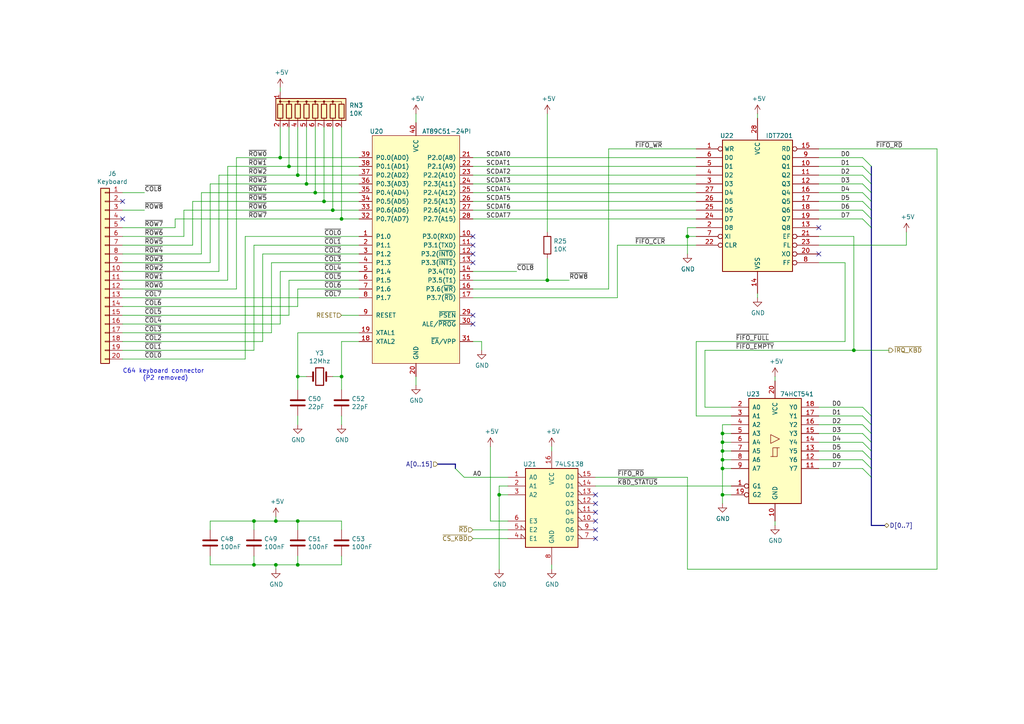
<source format=kicad_sch>
(kicad_sch (version 20211123) (generator eeschema)
  (paper "A4")
  (title_block (title "Y Ddraig Fechan") (company "Stephen Moody"))
  (lib_symbols
    (symbol "74xx:74HCT541" (pin_names (offset 1.016))
      (property "Reference" "U" (at -7.62 16.51 0))
      (property "Value" "74HCT541" (at -7.62 -16.51 0))
      (symbol "74HCT541_1_0"
        (polyline (pts (xy -0.635 -1.6002) (xy -0.635 0.9398) (xy 0.635 0.9398)))
        (polyline (pts (xy -1.27 -1.6002) (xy 0.635 -1.6002) (xy 0.635 0.9398) (xy 1.27 0.9398)))
        (polyline (pts (xy 1.27 3.4798) (xy -1.27 4.7498) (xy -1.27 2.2098) (xy 1.27 3.4798)) (stroke (width 0.1524)))
        (pin input inverted (at -12.7 -10.16 0) (length 5.08) (name "G1") (number "1"))
        (pin power_in line (at 0 -20.32 90) (length 5.08) (name "GND") (number "10"))
        (pin tri_state line (at 12.7 -5.08 180) (length 5.08) (name "Y7") (number "11"))
        (pin tri_state line (at 12.7 -2.54 180) (length 5.08) (name "Y6") (number "12"))
        (pin tri_state line (at 12.7 0 180) (length 5.08) (name "Y5") (number "13"))
        (pin tri_state line (at 12.7 2.54 180) (length 5.08) (name "Y4") (number "14"))
        (pin tri_state line (at 12.7 5.08 180) (length 5.08) (name "Y3") (number "15"))
        (pin tri_state line (at 12.7 7.62 180) (length 5.08) (name "Y2") (number "16"))
        (pin tri_state line (at 12.7 10.16 180) (length 5.08) (name "Y1") (number "17"))
        (pin tri_state line (at 12.7 12.7 180) (length 5.08) (name "Y0") (number "18"))
        (pin input inverted (at -12.7 -12.7 0) (length 5.08) (name "G2") (number "19"))
        (pin input line (at -12.7 12.7 0) (length 5.08) (name "A0") (number "2"))
        (pin power_in line (at 0 20.32 270) (length 5.08) (name "VCC") (number "20"))
        (pin input line (at -12.7 10.16 0) (length 5.08) (name "A1") (number "3"))
        (pin input line (at -12.7 7.62 0) (length 5.08) (name "A2") (number "4"))
        (pin input line (at -12.7 5.08 0) (length 5.08) (name "A3") (number "5"))
        (pin input line (at -12.7 2.54 0) (length 5.08) (name "A4") (number "6"))
        (pin input line (at -12.7 0 0) (length 5.08) (name "A5") (number "7"))
        (pin input line (at -12.7 -2.54 0) (length 5.08) (name "A6") (number "8"))
        (pin input line (at -12.7 -5.08 0) (length 5.08) (name "A7") (number "9"))
      )
      (symbol "74HCT541_1_1"
        (rectangle (start -7.62 15.24) (end 7.62 -15.24) (stroke (width 0.254)) (fill (type background)))
      )
    )
    (symbol "74xx:74LS138" (pin_names (offset 1.016))
      (property "Reference" "U" (at -7.62 11.43 0))
      (property "Value" "74LS138" (at -7.62 -13.97 0))
      (symbol "74LS138_1_0"
        (pin input line (at -12.7 7.62 0) (length 5.08) (name "A0") (number "1"))
        (pin output output_low (at 12.7 -5.08 180) (length 5.08) (name "O5") (number "10"))
        (pin output output_low (at 12.7 -2.54 180) (length 5.08) (name "O4") (number "11"))
        (pin output output_low (at 12.7 0 180) (length 5.08) (name "O3") (number "12"))
        (pin output output_low (at 12.7 2.54 180) (length 5.08) (name "O2") (number "13"))
        (pin output output_low (at 12.7 5.08 180) (length 5.08) (name "O1") (number "14"))
        (pin output output_low (at 12.7 7.62 180) (length 5.08) (name "O0") (number "15"))
        (pin power_in line (at 0 15.24 270) (length 5.08) (name "VCC") (number "16"))
        (pin input line (at -12.7 5.08 0) (length 5.08) (name "A1") (number "2"))
        (pin input line (at -12.7 2.54 0) (length 5.08) (name "A2") (number "3"))
        (pin input input_low (at -12.7 -10.16 0) (length 5.08) (name "E1") (number "4"))
        (pin input input_low (at -12.7 -7.62 0) (length 5.08) (name "E2") (number "5"))
        (pin input line (at -12.7 -5.08 0) (length 5.08) (name "E3") (number "6"))
        (pin output output_low (at 12.7 -10.16 180) (length 5.08) (name "O7") (number "7"))
        (pin power_in line (at 0 -17.78 90) (length 5.08) (name "GND") (number "8"))
        (pin output output_low (at 12.7 -7.62 180) (length 5.08) (name "O6") (number "9"))
      )
      (symbol "74LS138_1_1"
        (rectangle (start -7.62 10.16) (end 7.62 -12.7) (stroke (width 0.254)) (fill (type background)))
      )
    )
    (symbol "Connector_Generic:Conn_01x20" (pin_names (offset 1.016) hide)
      (property "Reference" "J" (at 0 25.4 0))
      (property "Value" "Conn_01x20" (at 0 -27.94 0))
      (symbol "Conn_01x20_1_1"
        (rectangle (start -1.27 -25.273) (end 0 -25.527) (stroke (width 0.1524)))
        (rectangle (start -1.27 -22.733) (end 0 -22.987) (stroke (width 0.1524)))
        (rectangle (start -1.27 -20.193) (end 0 -20.447) (stroke (width 0.1524)))
        (rectangle (start -1.27 -17.653) (end 0 -17.907) (stroke (width 0.1524)))
        (rectangle (start -1.27 -15.113) (end 0 -15.367) (stroke (width 0.1524)))
        (rectangle (start -1.27 -12.573) (end 0 -12.827) (stroke (width 0.1524)))
        (rectangle (start -1.27 -10.033) (end 0 -10.287) (stroke (width 0.1524)))
        (rectangle (start -1.27 -7.493) (end 0 -7.747) (stroke (width 0.1524)))
        (rectangle (start -1.27 -4.953) (end 0 -5.207) (stroke (width 0.1524)))
        (rectangle (start -1.27 -2.413) (end 0 -2.667) (stroke (width 0.1524)))
        (rectangle (start -1.27 0.127) (end 0 -0.127) (stroke (width 0.1524)))
        (rectangle (start -1.27 2.667) (end 0 2.413) (stroke (width 0.1524)))
        (rectangle (start -1.27 5.207) (end 0 4.953) (stroke (width 0.1524)))
        (rectangle (start -1.27 7.747) (end 0 7.493) (stroke (width 0.1524)))
        (rectangle (start -1.27 10.287) (end 0 10.033) (stroke (width 0.1524)))
        (rectangle (start -1.27 12.827) (end 0 12.573) (stroke (width 0.1524)))
        (rectangle (start -1.27 15.367) (end 0 15.113) (stroke (width 0.1524)))
        (rectangle (start -1.27 17.907) (end 0 17.653) (stroke (width 0.1524)))
        (rectangle (start -1.27 20.447) (end 0 20.193) (stroke (width 0.1524)))
        (rectangle (start -1.27 22.987) (end 0 22.733) (stroke (width 0.1524)))
        (rectangle (start -1.27 24.13) (end 1.27 -26.67) (stroke (width 0.254)) (fill (type background)))
        (pin passive line (at -5.08 22.86 0) (length 3.81) (name "Pin_1") (number "1"))
        (pin passive line (at -5.08 0 0) (length 3.81) (name "Pin_10") (number "10"))
        (pin passive line (at -5.08 -2.54 0) (length 3.81) (name "Pin_11") (number "11"))
        (pin passive line (at -5.08 -5.08 0) (length 3.81) (name "Pin_12") (number "12"))
        (pin passive line (at -5.08 -7.62 0) (length 3.81) (name "Pin_13") (number "13"))
        (pin passive line (at -5.08 -10.16 0) (length 3.81) (name "Pin_14") (number "14"))
        (pin passive line (at -5.08 -12.7 0) (length 3.81) (name "Pin_15") (number "15"))
        (pin passive line (at -5.08 -15.24 0) (length 3.81) (name "Pin_16") (number "16"))
        (pin passive line (at -5.08 -17.78 0) (length 3.81) (name "Pin_17") (number "17"))
        (pin passive line (at -5.08 -20.32 0) (length 3.81) (name "Pin_18") (number "18"))
        (pin passive line (at -5.08 -22.86 0) (length 3.81) (name "Pin_19") (number "19"))
        (pin passive line (at -5.08 20.32 0) (length 3.81) (name "Pin_2") (number "2"))
        (pin passive line (at -5.08 -25.4 0) (length 3.81) (name "Pin_20") (number "20"))
        (pin passive line (at -5.08 17.78 0) (length 3.81) (name "Pin_3") (number "3"))
        (pin passive line (at -5.08 15.24 0) (length 3.81) (name "Pin_4") (number "4"))
        (pin passive line (at -5.08 12.7 0) (length 3.81) (name "Pin_5") (number "5"))
        (pin passive line (at -5.08 10.16 0) (length 3.81) (name "Pin_6") (number "6"))
        (pin passive line (at -5.08 7.62 0) (length 3.81) (name "Pin_7") (number "7"))
        (pin passive line (at -5.08 5.08 0) (length 3.81) (name "Pin_8") (number "8"))
        (pin passive line (at -5.08 2.54 0) (length 3.81) (name "Pin_9") (number "9"))
      )
    )
    (symbol "Ddraig:AT89C51-24PI" (pin_names (offset 1.016))
      (property "Reference" "U" (at -11.43 33.02 0))
      (property "Value" "AT89C51-24PI" (at 8.89 33.02 0))
      (symbol "AT89C51-24PI_0_1"
        (rectangle (start -12.7 31.75) (end 12.7 -34.29) (fill (type background)))
      )
      (symbol "AT89C51-24PI_1_1"
        (pin bidirectional line (at -16.51 2.54 0) (length 3.81) (name "P1.0") (number "1"))
        (pin bidirectional line (at 16.51 2.54 180) (length 3.81) (name "P3.0(RXD)") (number "10"))
        (pin bidirectional line (at 16.51 0 180) (length 3.81) (name "P3.1(TXD)") (number "11"))
        (pin bidirectional line (at 16.51 -2.54 180) (length 3.81) (name "P3.2(~{INT0})") (number "12"))
        (pin bidirectional line (at 16.51 -5.08 180) (length 3.81) (name "P3.3(~{INT1})") (number "13"))
        (pin bidirectional line (at 16.51 -7.62 180) (length 3.81) (name "P3.4(T0)") (number "14"))
        (pin bidirectional line (at 16.51 -10.16 180) (length 3.81) (name "P3.5(T1)") (number "15"))
        (pin bidirectional line (at 16.51 -12.7 180) (length 3.81) (name "P3.6(~{WR})") (number "16"))
        (pin bidirectional line (at 16.51 -15.24 180) (length 3.81) (name "P3.7(~{RD})") (number "17"))
        (pin passive line (at -16.51 -27.94 0) (length 3.81) (name "XTAL2") (number "18"))
        (pin passive line (at -16.51 -25.4 0) (length 3.81) (name "XTAL1") (number "19"))
        (pin bidirectional line (at -16.51 0 0) (length 3.81) (name "P1.1") (number "2"))
        (pin power_in line (at 0 -38.1 90) (length 3.81) (name "GND") (number "20"))
        (pin bidirectional line (at 16.51 25.4 180) (length 3.81) (name "P2.0(A8)") (number "21"))
        (pin bidirectional line (at 16.51 22.86 180) (length 3.81) (name "P2.1(A9)") (number "22"))
        (pin bidirectional line (at 16.51 20.32 180) (length 3.81) (name "P2.2(A10)") (number "23"))
        (pin bidirectional line (at 16.51 17.78 180) (length 3.81) (name "P2.3(A11)") (number "24"))
        (pin bidirectional line (at 16.51 15.24 180) (length 3.81) (name "P2.4(A12)") (number "25"))
        (pin bidirectional line (at 16.51 12.7 180) (length 3.81) (name "P2.5(A13)") (number "26"))
        (pin bidirectional line (at 16.51 10.16 180) (length 3.81) (name "P2.6(A14)") (number "27"))
        (pin bidirectional line (at 16.51 7.62 180) (length 3.81) (name "P2.7(A15)") (number "28"))
        (pin input line (at 16.51 -20.32 180) (length 3.81) (name "~{PSEN}") (number "29"))
        (pin bidirectional line (at -16.51 -2.54 0) (length 3.81) (name "P1.2") (number "3"))
        (pin input line (at 16.51 -22.86 180) (length 3.81) (name "ALE/~{PROG}") (number "30"))
        (pin input line (at 16.51 -27.94 180) (length 3.81) (name "~{EA}/VPP") (number "31"))
        (pin bidirectional line (at -16.51 7.62 0) (length 3.81) (name "P0.7(AD7)") (number "32"))
        (pin bidirectional line (at -16.51 10.16 0) (length 3.81) (name "P0.6(AD6)") (number "33"))
        (pin bidirectional line (at -16.51 12.7 0) (length 3.81) (name "P0.5(AD5)") (number "34"))
        (pin bidirectional line (at -16.51 15.24 0) (length 3.81) (name "P0.4(AD4)") (number "35"))
        (pin bidirectional line (at -16.51 17.78 0) (length 3.81) (name "P0.3(AD3)") (number "36"))
        (pin bidirectional line (at -16.51 20.32 0) (length 3.81) (name "P0.2(AD2)") (number "37"))
        (pin bidirectional line (at -16.51 22.86 0) (length 3.81) (name "P0.1(AD1)") (number "38"))
        (pin bidirectional line (at -16.51 25.4 0) (length 3.81) (name "P0.0(AD0)") (number "39"))
        (pin bidirectional line (at -16.51 -5.08 0) (length 3.81) (name "P1.3") (number "4"))
        (pin power_in line (at 0 35.56 270) (length 3.81) (name "VCC") (number "40"))
        (pin bidirectional line (at -16.51 -7.62 0) (length 3.81) (name "P1.4") (number "5"))
        (pin bidirectional line (at -16.51 -10.16 0) (length 3.81) (name "P1.5") (number "6"))
        (pin bidirectional line (at -16.51 -12.7 0) (length 3.81) (name "P1.6") (number "7"))
        (pin bidirectional line (at -16.51 -15.24 0) (length 3.81) (name "P1.7") (number "8"))
        (pin input line (at -16.51 -20.32 0) (length 3.81) (name "RESET") (number "9"))
      )
    )
    (symbol "Device:C" (pin_numbers hide) (pin_names (offset 0.254))
      (property "Reference" "C" (at 0.635 2.54 0))
      (property "Value" "C" (at 0.635 -2.54 0))
      (symbol "C_0_1"
        (polyline (pts (xy -2.032 -0.762) (xy 2.032 -0.762)) (stroke (width 0.508)))
        (polyline (pts (xy -2.032 0.762) (xy 2.032 0.762)) (stroke (width 0.508)))
      )
      (symbol "C_1_1"
        (pin passive line (at 0 3.81 270) (length 2.794) (name "~") (number "1"))
        (pin passive line (at 0 -3.81 90) (length 2.794) (name "~") (number "2"))
      )
    )
    (symbol "Device:Crystal" (pin_numbers hide) (pin_names (offset 1.016) hide)
      (property "Reference" "Y" (at 0 3.81 0))
      (property "Value" "Crystal" (at 0 -3.81 0))
      (symbol "Crystal_0_1"
        (rectangle (start -1.143 2.54) (end 1.143 -2.54) (stroke (width 0.3048)))
        (polyline (pts (xy -2.54 0) (xy -1.905 0)))
        (polyline (pts (xy -1.905 -1.27) (xy -1.905 1.27)) (stroke (width 0.508)))
        (polyline (pts (xy 1.905 -1.27) (xy 1.905 1.27)) (stroke (width 0.508)))
        (polyline (pts (xy 2.54 0) (xy 1.905 0)))
      )
      (symbol "Crystal_1_1"
        (pin passive line (at -3.81 0 0) (length 1.27) (name "1") (number "1"))
        (pin passive line (at 3.81 0 180) (length 1.27) (name "2") (number "2"))
      )
    )
    (symbol "Device:R" (pin_numbers hide) (pin_names (offset 0))
      (property "Reference" "R" (at 2.032 0 90))
      (property "Value" "R" (at 0 0 90))
      (symbol "R_0_1"
        (rectangle (start -1.016 -2.54) (end 1.016 2.54) (stroke (width 0.254)))
      )
      (symbol "R_1_1"
        (pin passive line (at 0 3.81 270) (length 1.27) (name "~") (number "1"))
        (pin passive line (at 0 -3.81 90) (length 1.27) (name "~") (number "2"))
      )
    )
    (symbol "Device:R_Network08" (pin_names (offset 0) hide)
      (property "Reference" "RN" (at -12.7 0 90))
      (property "Value" "R_Network08" (at 10.16 0 90))
      (symbol "R_Network08_0_1"
        (rectangle (start -11.43 -3.175) (end 8.89 3.175) (stroke (width 0.254)) (fill (type background)))
        (rectangle (start -10.922 1.524) (end -9.398 -2.54) (stroke (width 0.254)))
        (circle (center -10.16 2.286) (radius 0.254) (fill (type outline)))
        (rectangle (start -8.382 1.524) (end -6.858 -2.54) (stroke (width 0.254)))
        (circle (center -7.62 2.286) (radius 0.254) (fill (type outline)))
        (rectangle (start -5.842 1.524) (end -4.318 -2.54) (stroke (width 0.254)))
        (circle (center -5.08 2.286) (radius 0.254) (fill (type outline)))
        (rectangle (start -3.302 1.524) (end -1.778 -2.54) (stroke (width 0.254)))
        (circle (center -2.54 2.286) (radius 0.254) (fill (type outline)))
        (rectangle (start -0.762 1.524) (end 0.762 -2.54) (stroke (width 0.254)))
        (polyline (pts (xy -10.16 -2.54) (xy -10.16 -3.81)))
        (polyline (pts (xy -7.62 -2.54) (xy -7.62 -3.81)))
        (polyline (pts (xy -5.08 -2.54) (xy -5.08 -3.81)))
        (polyline (pts (xy -2.54 -2.54) (xy -2.54 -3.81)))
        (polyline (pts (xy 0 -2.54) (xy 0 -3.81)))
        (polyline (pts (xy 2.54 -2.54) (xy 2.54 -3.81)))
        (polyline (pts (xy 5.08 -2.54) (xy 5.08 -3.81)))
        (polyline (pts (xy 7.62 -2.54) (xy 7.62 -3.81)))
        (polyline (pts (xy -10.16 1.524) (xy -10.16 2.286) (xy -7.62 2.286) (xy -7.62 1.524)))
        (polyline (pts (xy -7.62 1.524) (xy -7.62 2.286) (xy -5.08 2.286) (xy -5.08 1.524)))
        (polyline (pts (xy -5.08 1.524) (xy -5.08 2.286) (xy -2.54 2.286) (xy -2.54 1.524)))
        (polyline (pts (xy -2.54 1.524) (xy -2.54 2.286) (xy 0 2.286) (xy 0 1.524)))
        (polyline (pts (xy 0 1.524) (xy 0 2.286) (xy 2.54 2.286) (xy 2.54 1.524)))
        (polyline (pts (xy 2.54 1.524) (xy 2.54 2.286) (xy 5.08 2.286) (xy 5.08 1.524)))
        (polyline (pts (xy 5.08 1.524) (xy 5.08 2.286) (xy 7.62 2.286) (xy 7.62 1.524)))
        (circle (center 0 2.286) (radius 0.254) (fill (type outline)))
        (rectangle (start 1.778 1.524) (end 3.302 -2.54) (stroke (width 0.254)))
        (circle (center 2.54 2.286) (radius 0.254) (fill (type outline)))
        (rectangle (start 4.318 1.524) (end 5.842 -2.54) (stroke (width 0.254)))
        (circle (center 5.08 2.286) (radius 0.254) (fill (type outline)))
        (rectangle (start 6.858 1.524) (end 8.382 -2.54) (stroke (width 0.254)))
      )
      (symbol "R_Network08_1_1"
        (pin passive line (at -10.16 5.08 270) (length 2.54) (name "common") (number "1"))
        (pin passive line (at -10.16 -5.08 90) (length 1.27) (name "R1") (number "2"))
        (pin passive line (at -7.62 -5.08 90) (length 1.27) (name "R2") (number "3"))
        (pin passive line (at -5.08 -5.08 90) (length 1.27) (name "R3") (number "4"))
        (pin passive line (at -2.54 -5.08 90) (length 1.27) (name "R4") (number "5"))
        (pin passive line (at 0 -5.08 90) (length 1.27) (name "R5") (number "6"))
        (pin passive line (at 2.54 -5.08 90) (length 1.27) (name "R6") (number "7"))
        (pin passive line (at 5.08 -5.08 90) (length 1.27) (name "R7") (number "8"))
        (pin passive line (at 7.62 -5.08 90) (length 1.27) (name "R8") (number "9"))
      )
    )
    (symbol "Memory_RAM:IDT7201"
      (property "Reference" "U" (at -8.89 20.32 0))
      (property "Value" "IDT7201" (at 6.35 20.32 0))
      (symbol "IDT7201_0_1"
        (rectangle (start -10.16 -19.05) (end 10.16 19.05) (stroke (width 0.254)) (fill (type background)))
      )
      (symbol "IDT7201_1_1"
        (pin input inverted (at -17.78 16.51 0) (length 7.62) (name "WR") (number "1"))
        (pin tri_state line (at 17.78 11.43 180) (length 7.62) (name "Q1") (number "10"))
        (pin tri_state line (at 17.78 8.89 180) (length 7.62) (name "Q2") (number "11"))
        (pin tri_state line (at 17.78 6.35 180) (length 7.62) (name "Q3") (number "12"))
        (pin tri_state line (at 17.78 -6.35 180) (length 7.62) (name "Q8") (number "13"))
        (pin power_in line (at 0 -25.4 90) (length 6.35) (name "VSS") (number "14"))
        (pin input inverted (at 17.78 16.51 180) (length 7.62) (name "RD") (number "15"))
        (pin tri_state line (at 17.78 3.81 180) (length 7.62) (name "Q4") (number "16"))
        (pin tri_state line (at 17.78 1.27 180) (length 7.62) (name "Q5") (number "17"))
        (pin tri_state line (at 17.78 -1.27 180) (length 7.62) (name "Q6") (number "18"))
        (pin tri_state line (at 17.78 -3.81 180) (length 7.62) (name "Q7") (number "19"))
        (pin input line (at -17.78 -6.35 0) (length 7.62) (name "D8") (number "2"))
        (pin input inverted (at 17.78 -13.97 180) (length 7.62) (name "XO") (number "20"))
        (pin output inverted (at 17.78 -8.89 180) (length 7.62) (name "EF") (number "21"))
        (pin input inverted (at -17.78 -11.43 0) (length 7.62) (name "CLR") (number "22"))
        (pin input inverted (at 17.78 -11.43 180) (length 7.62) (name "FL") (number "23"))
        (pin input line (at -17.78 -3.81 0) (length 7.62) (name "D7") (number "24"))
        (pin input line (at -17.78 -1.27 0) (length 7.62) (name "D6") (number "25"))
        (pin input line (at -17.78 1.27 0) (length 7.62) (name "D5") (number "26"))
        (pin input line (at -17.78 3.81 0) (length 7.62) (name "D4") (number "27"))
        (pin power_in line (at 0 25.4 270) (length 6.35) (name "VCC") (number "28"))
        (pin input line (at -17.78 6.35 0) (length 7.62) (name "D3") (number "3"))
        (pin input line (at -17.78 8.89 0) (length 7.62) (name "D2") (number "4"))
        (pin input line (at -17.78 11.43 0) (length 7.62) (name "D1") (number "5"))
        (pin input line (at -17.78 13.97 0) (length 7.62) (name "D0") (number "6"))
        (pin input inverted (at -17.78 -8.89 0) (length 7.62) (name "XI") (number "7"))
        (pin output inverted (at 17.78 -16.51 180) (length 7.62) (name "FF") (number "8"))
        (pin tri_state line (at 17.78 13.97 180) (length 7.62) (name "Q0") (number "9"))
      )
    )
    (symbol "power:+5V" (power) (pin_names (offset 0))
      (property "Value" "+5V" (at 0 3.556 0))
      (symbol "+5V_0_1"
        (polyline (pts (xy -0.762 1.27) (xy 0 2.54)))
        (polyline (pts (xy 0 0) (xy 0 2.54)))
        (polyline (pts (xy 0 2.54) (xy 0.762 1.27)))
      )
      (symbol "+5V_1_1"
        (pin power_in line (at 0 0 90) (length 0) hide (name "+5V") (number "1"))
      )
    )
    (symbol "power:GND" (power) (pin_names (offset 0))
      (property "Value" "GND" (at 0 -3.81 0))
      (symbol "GND_0_1"
        (polyline (pts (xy 0 0) (xy 0 -1.27) (xy 1.27 -1.27) (xy 0 -2.54) (xy -1.27 -1.27) (xy 0 -1.27)))
      )
      (symbol "GND_1_1"
        (pin power_in line (at 0 0 270) (length 0) hide (name "GND") (number "1"))
      )
    )
  )
  (junction (at 93.98 58.42))
  (junction (at 209.55 135.89))
  (junction (at 99.06 109.22))
  (junction (at 86.36 163.83))
  (junction (at 86.36 151.13))
  (junction (at 209.55 133.35))
  (junction (at 209.55 130.81))
  (junction (at 247.65 101.6))
  (junction (at 96.52 60.96))
  (junction (at 209.55 128.27))
  (junction (at 144.78 143.51))
  (junction (at 209.55 143.51))
  (junction (at 199.39 68.58))
  (junction (at 73.66 151.13))
  (junction (at 83.82 48.26))
  (junction (at 80.01 163.83))
  (junction (at 80.01 151.13))
  (junction (at 86.36 109.22))
  (junction (at 158.75 81.28))
  (junction (at 91.44 55.88))
  (junction (at 209.55 125.73))
  (junction (at 86.36 50.8))
  (junction (at 81.28 45.72))
  (junction (at 73.66 163.83))
  (junction (at 88.9 53.34))
  (junction (at 99.06 63.5))
  (no_connect (at 137.16 71.12))
  (no_connect (at 172.72 153.67))
  (no_connect (at 137.16 76.2))
  (no_connect (at 172.72 151.13))
  (no_connect (at 172.72 156.21))
  (no_connect (at 137.16 93.98))
  (no_connect (at 237.49 66.04))
  (no_connect (at 35.56 58.42))
  (no_connect (at 35.56 63.5))
  (no_connect (at 237.49 73.66))
  (no_connect (at 172.72 146.05))
  (no_connect (at 172.72 148.59))
  (no_connect (at 137.16 68.58))
  (no_connect (at 137.16 73.66))
  (no_connect (at 137.16 91.44))
  (no_connect (at 172.72 143.51))
  (bus_entry (at 252.73 55.88) (size -2.54 -2.54))
  (bus_entry (at 252.73 60.96) (size -2.54 -2.54))
  (bus_entry (at 252.73 66.04) (size -2.54 -2.54))
  (bus_entry (at 252.73 63.5) (size -2.54 -2.54))
  (bus_entry (at 252.73 135.89) (size -2.54 -2.54))
  (bus_entry (at 252.73 128.27) (size -2.54 -2.54))
  (bus_entry (at 252.73 58.42) (size -2.54 -2.54))
  (bus_entry (at 252.73 133.35) (size -2.54 -2.54))
  (bus_entry (at 252.73 48.26) (size -2.54 -2.54))
  (bus_entry (at 252.73 50.8) (size -2.54 -2.54))
  (bus_entry (at 252.73 130.81) (size -2.54 -2.54))
  (bus_entry (at 252.73 138.43) (size -2.54 -2.54))
  (bus_entry (at 252.73 123.19) (size -2.54 -2.54))
  (bus_entry (at 252.73 53.34) (size -2.54 -2.54))
  (bus_entry (at 252.73 120.65) (size -2.54 -2.54))
  (bus_entry (at 132.08 135.89) (size 2.54 2.54))
  (bus_entry (at 252.73 125.73) (size -2.54 -2.54))
  (wire (pts (xy 199.39 73.66) (xy 199.39 68.58)))
  (wire (pts (xy 144.78 143.51) (xy 147.32 143.51)))
  (wire (pts (xy 137.16 78.74) (xy 149.86 78.74)))
  (wire (pts (xy 50.8 66.04) (xy 50.8 63.5)))
  (wire (pts (xy 71.12 68.58) (xy 104.14 68.58)))
  (wire (pts (xy 96.52 60.96) (xy 53.34 60.96)))
  (wire (pts (xy 104.14 48.26) (xy 83.82 48.26)))
  (wire (pts (xy 63.5 50.8) (xy 86.36 50.8)))
  (wire (pts (xy 137.16 63.5) (xy 201.93 63.5)))
  (wire (pts (xy 83.82 36.83) (xy 83.82 48.26)))
  (bus (pts (xy 252.73 123.19) (xy 252.73 125.73)))
  (wire (pts (xy 212.09 140.97) (xy 172.72 140.97)))
  (wire (pts (xy 237.49 125.73) (xy 250.19 125.73)))
  (wire (pts (xy 237.49 55.88) (xy 250.19 55.88)))
  (wire (pts (xy 142.24 129.54) (xy 142.24 151.13)))
  (wire (pts (xy 86.36 123.19) (xy 86.36 120.65)))
  (wire (pts (xy 212.09 135.89) (xy 209.55 135.89)))
  (wire (pts (xy 237.49 118.11) (xy 250.19 118.11)))
  (wire (pts (xy 99.06 123.19) (xy 99.06 120.65)))
  (wire (pts (xy 80.01 163.83) (xy 86.36 163.83)))
  (wire (pts (xy 99.06 109.22) (xy 96.52 109.22)))
  (bus (pts (xy 252.73 60.96) (xy 252.73 63.5)))
  (wire (pts (xy 35.56 93.98) (xy 81.28 93.98)))
  (wire (pts (xy 76.2 73.66) (xy 104.14 73.66)))
  (wire (pts (xy 237.49 128.27) (xy 250.19 128.27)))
  (bus (pts (xy 252.73 53.34) (xy 252.73 55.88)))
  (wire (pts (xy 139.7 99.06) (xy 139.7 101.6)))
  (wire (pts (xy 137.16 156.21) (xy 147.32 156.21)))
  (wire (pts (xy 209.55 143.51) (xy 209.55 135.89)))
  (wire (pts (xy 209.55 146.05) (xy 209.55 143.51)))
  (wire (pts (xy 144.78 140.97) (xy 147.32 140.97)))
  (wire (pts (xy 158.75 74.93) (xy 158.75 81.28)))
  (wire (pts (xy 172.72 138.43) (xy 199.39 138.43)))
  (wire (pts (xy 212.09 133.35) (xy 209.55 133.35)))
  (wire (pts (xy 224.79 152.4) (xy 224.79 151.13)))
  (wire (pts (xy 58.42 55.88) (xy 91.44 55.88)))
  (wire (pts (xy 99.06 109.22) (xy 99.06 113.03)))
  (wire (pts (xy 86.36 96.52) (xy 86.36 109.22)))
  (wire (pts (xy 66.04 48.26) (xy 83.82 48.26)))
  (wire (pts (xy 137.16 81.28) (xy 158.75 81.28)))
  (wire (pts (xy 176.53 43.18) (xy 201.93 43.18)))
  (wire (pts (xy 104.14 63.5) (xy 99.06 63.5)))
  (wire (pts (xy 104.14 53.34) (xy 88.9 53.34)))
  (wire (pts (xy 209.55 128.27) (xy 209.55 125.73)))
  (wire (pts (xy 63.5 78.74) (xy 63.5 50.8)))
  (wire (pts (xy 35.56 96.52) (xy 78.74 96.52)))
  (wire (pts (xy 144.78 165.1) (xy 144.78 143.51)))
  (wire (pts (xy 237.49 76.2) (xy 245.11 76.2)))
  (wire (pts (xy 99.06 163.83) (xy 99.06 161.29)))
  (wire (pts (xy 76.2 99.06) (xy 76.2 73.66)))
  (wire (pts (xy 245.11 99.06) (xy 201.93 99.06)))
  (wire (pts (xy 262.89 71.12) (xy 262.89 67.31)))
  (wire (pts (xy 60.96 151.13) (xy 73.66 151.13)))
  (wire (pts (xy 212.09 120.65) (xy 201.93 120.65)))
  (wire (pts (xy 86.36 153.67) (xy 86.36 151.13)))
  (bus (pts (xy 252.73 128.27) (xy 252.73 130.81)))
  (wire (pts (xy 237.49 58.42) (xy 250.19 58.42)))
  (wire (pts (xy 73.66 71.12) (xy 104.14 71.12)))
  (wire (pts (xy 212.09 128.27) (xy 209.55 128.27)))
  (wire (pts (xy 55.88 71.12) (xy 55.88 58.42)))
  (wire (pts (xy 237.49 123.19) (xy 250.19 123.19)))
  (wire (pts (xy 237.49 71.12) (xy 262.89 71.12)))
  (wire (pts (xy 35.56 73.66) (xy 58.42 73.66)))
  (wire (pts (xy 41.91 55.88) (xy 35.56 55.88)))
  (bus (pts (xy 252.73 50.8) (xy 252.73 53.34)))
  (wire (pts (xy 237.49 120.65) (xy 250.19 120.65)))
  (wire (pts (xy 50.8 63.5) (xy 99.06 63.5)))
  (wire (pts (xy 237.49 50.8) (xy 250.19 50.8)))
  (wire (pts (xy 142.24 151.13) (xy 147.32 151.13)))
  (wire (pts (xy 219.71 34.29) (xy 219.71 33.02)))
  (wire (pts (xy 104.14 96.52) (xy 86.36 96.52)))
  (wire (pts (xy 99.06 99.06) (xy 104.14 99.06)))
  (wire (pts (xy 35.56 104.14) (xy 71.12 104.14)))
  (wire (pts (xy 86.36 161.29) (xy 86.36 163.83)))
  (wire (pts (xy 219.71 86.36) (xy 219.71 85.09)))
  (wire (pts (xy 212.09 130.81) (xy 209.55 130.81)))
  (wire (pts (xy 160.02 165.1) (xy 160.02 163.83)))
  (wire (pts (xy 209.55 143.51) (xy 212.09 143.51)))
  (wire (pts (xy 201.93 68.58) (xy 199.39 68.58)))
  (wire (pts (xy 120.65 33.02) (xy 120.65 35.56)))
  (wire (pts (xy 237.49 45.72) (xy 250.19 45.72)))
  (wire (pts (xy 68.58 83.82) (xy 68.58 45.72)))
  (wire (pts (xy 35.56 86.36) (xy 104.14 86.36)))
  (wire (pts (xy 60.96 76.2) (xy 60.96 53.34)))
  (wire (pts (xy 104.14 55.88) (xy 91.44 55.88)))
  (wire (pts (xy 99.06 91.44) (xy 104.14 91.44)))
  (wire (pts (xy 137.16 48.26) (xy 201.93 48.26)))
  (wire (pts (xy 134.62 138.43) (xy 147.32 138.43)))
  (wire (pts (xy 199.39 138.43) (xy 199.39 165.1)))
  (wire (pts (xy 204.47 101.6) (xy 247.65 101.6)))
  (wire (pts (xy 80.01 149.86) (xy 80.01 151.13)))
  (wire (pts (xy 209.55 135.89) (xy 209.55 133.35)))
  (wire (pts (xy 35.56 99.06) (xy 76.2 99.06)))
  (wire (pts (xy 179.07 86.36) (xy 179.07 71.12)))
  (wire (pts (xy 137.16 50.8) (xy 201.93 50.8)))
  (wire (pts (xy 35.56 91.44) (xy 83.82 91.44)))
  (bus (pts (xy 252.73 133.35) (xy 252.73 135.89)))
  (bus (pts (xy 252.73 125.73) (xy 252.73 128.27)))
  (wire (pts (xy 96.52 36.83) (xy 96.52 60.96)))
  (bus (pts (xy 252.73 63.5) (xy 252.73 66.04)))
  (bus (pts (xy 127 134.62) (xy 132.08 134.62)))
  (wire (pts (xy 81.28 25.4) (xy 81.28 26.67)))
  (bus (pts (xy 252.73 152.4) (xy 256.54 152.4)))
  (wire (pts (xy 237.49 53.34) (xy 250.19 53.34)))
  (wire (pts (xy 35.56 81.28) (xy 66.04 81.28)))
  (wire (pts (xy 137.16 55.88) (xy 201.93 55.88)))
  (wire (pts (xy 237.49 60.96) (xy 250.19 60.96)))
  (wire (pts (xy 60.96 161.29) (xy 60.96 163.83)))
  (wire (pts (xy 80.01 165.1) (xy 80.01 163.83)))
  (wire (pts (xy 247.65 101.6) (xy 247.65 68.58)))
  (wire (pts (xy 179.07 71.12) (xy 201.93 71.12)))
  (wire (pts (xy 81.28 78.74) (xy 104.14 78.74)))
  (wire (pts (xy 104.14 50.8) (xy 86.36 50.8)))
  (wire (pts (xy 35.56 66.04) (xy 50.8 66.04)))
  (wire (pts (xy 35.56 78.74) (xy 63.5 78.74)))
  (wire (pts (xy 147.32 153.67) (xy 137.16 153.67)))
  (wire (pts (xy 58.42 73.66) (xy 58.42 55.88)))
  (wire (pts (xy 201.93 99.06) (xy 201.93 120.65)))
  (bus (pts (xy 132.08 134.62) (xy 132.08 135.89)))
  (wire (pts (xy 71.12 104.14) (xy 71.12 68.58)))
  (wire (pts (xy 86.36 109.22) (xy 86.36 113.03)))
  (wire (pts (xy 271.78 165.1) (xy 271.78 43.18)))
  (wire (pts (xy 53.34 60.96) (xy 53.34 68.58)))
  (wire (pts (xy 81.28 93.98) (xy 81.28 78.74)))
  (wire (pts (xy 237.49 135.89) (xy 250.19 135.89)))
  (wire (pts (xy 158.75 33.02) (xy 158.75 67.31)))
  (wire (pts (xy 99.06 36.83) (xy 99.06 63.5)))
  (wire (pts (xy 53.34 68.58) (xy 35.56 68.58)))
  (wire (pts (xy 86.36 88.9) (xy 86.36 83.82)))
  (wire (pts (xy 60.96 163.83) (xy 73.66 163.83)))
  (wire (pts (xy 209.55 130.81) (xy 209.55 128.27)))
  (wire (pts (xy 137.16 86.36) (xy 179.07 86.36)))
  (wire (pts (xy 237.49 130.81) (xy 250.19 130.81)))
  (wire (pts (xy 158.75 81.28) (xy 165.1 81.28)))
  (wire (pts (xy 137.16 45.72) (xy 201.93 45.72)))
  (wire (pts (xy 35.56 71.12) (xy 55.88 71.12)))
  (wire (pts (xy 88.9 36.83) (xy 88.9 53.34)))
  (wire (pts (xy 137.16 60.96) (xy 201.93 60.96)))
  (wire (pts (xy 137.16 53.34) (xy 201.93 53.34)))
  (wire (pts (xy 199.39 68.58) (xy 199.39 66.04)))
  (wire (pts (xy 35.56 101.6) (xy 73.66 101.6)))
  (wire (pts (xy 99.06 109.22) (xy 99.06 99.06)))
  (wire (pts (xy 199.39 66.04) (xy 201.93 66.04)))
  (wire (pts (xy 86.36 83.82) (xy 104.14 83.82)))
  (wire (pts (xy 60.96 53.34) (xy 88.9 53.34)))
  (wire (pts (xy 137.16 58.42) (xy 201.93 58.42)))
  (wire (pts (xy 66.04 81.28) (xy 66.04 48.26)))
  (wire (pts (xy 91.44 55.88) (xy 91.44 36.83)))
  (wire (pts (xy 209.55 125.73) (xy 209.55 123.19)))
  (wire (pts (xy 199.39 165.1) (xy 271.78 165.1)))
  (wire (pts (xy 247.65 101.6) (xy 257.81 101.6)))
  (wire (pts (xy 104.14 60.96) (xy 96.52 60.96)))
  (wire (pts (xy 73.66 151.13) (xy 80.01 151.13)))
  (wire (pts (xy 60.96 153.67) (xy 60.96 151.13)))
  (wire (pts (xy 55.88 58.42) (xy 93.98 58.42)))
  (wire (pts (xy 73.66 161.29) (xy 73.66 163.83)))
  (wire (pts (xy 83.82 91.44) (xy 83.82 81.28)))
  (bus (pts (xy 252.73 138.43) (xy 252.73 152.4)))
  (wire (pts (xy 137.16 99.06) (xy 139.7 99.06)))
  (wire (pts (xy 83.82 81.28) (xy 104.14 81.28)))
  (wire (pts (xy 86.36 151.13) (xy 99.06 151.13)))
  (wire (pts (xy 237.49 48.26) (xy 250.19 48.26)))
  (wire (pts (xy 209.55 123.19) (xy 212.09 123.19)))
  (wire (pts (xy 271.78 43.18) (xy 237.49 43.18)))
  (wire (pts (xy 160.02 130.81) (xy 160.02 129.54)))
  (wire (pts (xy 99.06 151.13) (xy 99.06 153.67)))
  (bus (pts (xy 252.73 55.88) (xy 252.73 58.42)))
  (wire (pts (xy 81.28 36.83) (xy 81.28 45.72)))
  (wire (pts (xy 176.53 83.82) (xy 176.53 43.18)))
  (wire (pts (xy 144.78 143.51) (xy 144.78 140.97)))
  (wire (pts (xy 68.58 45.72) (xy 81.28 45.72)))
  (bus (pts (xy 252.73 48.26) (xy 252.73 50.8)))
  (wire (pts (xy 104.14 58.42) (xy 93.98 58.42)))
  (wire (pts (xy 104.14 45.72) (xy 81.28 45.72)))
  (wire (pts (xy 212.09 125.73) (xy 209.55 125.73)))
  (wire (pts (xy 245.11 76.2) (xy 245.11 99.06)))
  (wire (pts (xy 88.9 109.22) (xy 86.36 109.22)))
  (wire (pts (xy 237.49 68.58) (xy 247.65 68.58)))
  (bus (pts (xy 252.73 135.89) (xy 252.73 138.43)))
  (wire (pts (xy 212.09 118.11) (xy 204.47 118.11)))
  (wire (pts (xy 209.55 133.35) (xy 209.55 130.81)))
  (wire (pts (xy 224.79 110.49) (xy 224.79 109.22)))
  (wire (pts (xy 80.01 151.13) (xy 86.36 151.13)))
  (bus (pts (xy 252.73 58.42) (xy 252.73 60.96)))
  (wire (pts (xy 73.66 153.67) (xy 73.66 151.13)))
  (bus (pts (xy 252.73 130.81) (xy 252.73 133.35)))
  (wire (pts (xy 35.56 88.9) (xy 86.36 88.9)))
  (wire (pts (xy 237.49 63.5) (xy 250.19 63.5)))
  (bus (pts (xy 252.73 66.04) (xy 252.73 120.65)))
  (wire (pts (xy 120.65 111.76) (xy 120.65 109.22)))
  (wire (pts (xy 35.56 76.2) (xy 60.96 76.2)))
  (wire (pts (xy 86.36 163.83) (xy 99.06 163.83)))
  (wire (pts (xy 78.74 96.52) (xy 78.74 76.2)))
  (wire (pts (xy 73.66 101.6) (xy 73.66 71.12)))
  (wire (pts (xy 93.98 36.83) (xy 93.98 58.42)))
  (wire (pts (xy 86.36 50.8) (xy 86.36 36.83)))
  (wire (pts (xy 237.49 133.35) (xy 250.19 133.35)))
  (bus (pts (xy 252.73 120.65) (xy 252.73 123.19)))
  (wire (pts (xy 35.56 60.96) (xy 41.91 60.96)))
  (wire (pts (xy 73.66 163.83) (xy 80.01 163.83)))
  (wire (pts (xy 176.53 83.82) (xy 137.16 83.82)))
  (wire (pts (xy 204.47 118.11) (xy 204.47 101.6)))
  (wire (pts (xy 35.56 83.82) (xy 68.58 83.82)))
  (wire (pts (xy 78.74 76.2) (xy 104.14 76.2)))
  (text "C64 keyboard connector\n      (P2 removed)" (at 35.56 110.49 0) (effects (font (size 1.27 1.27)) (justify left bottom)))
  (label "~{COL6}" (at 99.06 83.82 180))
  (label "~{ROW3}" (at 77.47 53.34 180))
  (label "D2" (at 241.3 123.19 0))
  (label "SCDAT3" (at 140.97 53.34 0))
  (label "SCDAT2" (at 140.97 50.8 0))
  (label "~{ROW5}" (at 41.91 71.12 0))
  (label "~{KBD_STATUS}" (at 179.07 140.97 0))
  (label "~{FIFO_CLR}" (at 184.15 71.12 0))
  (label "~{ROW0}" (at 77.47 45.72 180))
  (label "~{COL4}" (at 41.91 93.98 0))
  (label "~{COL5}" (at 99.06 81.28 180))
  (label "~{FIFO_FULL}" (at 213.36 99.06 0))
  (label "D7" (at 241.3 135.89 0))
  (label "D5" (at 243.84 58.42 0))
  (label "D4" (at 241.3 128.27 0))
  (label "~{ROW1}" (at 41.91 81.28 0))
  (label "~{COL3}" (at 41.91 96.52 0))
  (label "~{COL6}" (at 41.91 88.9 0))
  (label "SCDAT4" (at 140.97 55.88 0))
  (label "SCDAT1" (at 140.97 48.26 0))
  (label "D7" (at 243.84 63.5 0))
  (label "~{COL1}" (at 41.91 101.6 0))
  (label "SCDAT5" (at 140.97 58.42 0))
  (label "D3" (at 243.84 53.34 0))
  (label "~{ROW3}" (at 41.91 76.2 0))
  (label "~{COL0}" (at 41.91 104.14 0))
  (label "SCDAT6" (at 140.97 60.96 0))
  (label "SCDAT0" (at 140.97 45.72 0))
  (label "D6" (at 241.3 133.35 0))
  (label "~{COL3}" (at 99.06 76.2 180))
  (label "~{ROW4}" (at 77.47 55.88 180))
  (label "~{COL2}" (at 99.06 73.66 180))
  (label "~{COL4}" (at 99.06 78.74 180))
  (label "~{FIFO_EMPTY}" (at 213.36 101.6 0))
  (label "D0" (at 241.3 118.11 0))
  (label "~{COL7}" (at 41.91 86.36 0))
  (label "SCDAT7" (at 140.97 63.5 0))
  (label "~{ROW7}" (at 41.91 66.04 0))
  (label "A0" (at 137.16 138.43 0))
  (label "~{ROW5}" (at 77.47 58.42 180))
  (label "~{ROW2}" (at 77.47 50.8 180))
  (label "D3" (at 241.3 125.73 0))
  (label "D6" (at 243.84 60.96 0))
  (label "~{COL8}" (at 149.86 78.74 0))
  (label "~{FIFO_RD}" (at 179.07 138.43 0))
  (label "~{ROW6}" (at 77.47 60.96 180))
  (label "~{COL2}" (at 41.91 99.06 0))
  (label "~{ROW8}" (at 165.1 81.28 0))
  (label "~{ROW6}" (at 41.91 68.58 0))
  (label "D2" (at 243.84 50.8 0))
  (label "~{COL8}" (at 41.91 55.88 0))
  (label "~{FIFO_WR}" (at 184.15 43.18 0))
  (label "~{ROW0}" (at 41.91 83.82 0))
  (label "~{ROW7}" (at 77.47 63.5 180))
  (label "D0" (at 243.84 45.72 0))
  (label "~{COL5}" (at 41.91 91.44 0))
  (label "~{COL7}" (at 99.06 86.36 180))
  (label "~{COL0}" (at 99.06 68.58 180))
  (label "~{ROW4}" (at 41.91 73.66 0))
  (label "~{ROW1}" (at 77.47 48.26 180))
  (label "D1" (at 241.3 120.65 0))
  (label "D5" (at 241.3 130.81 0))
  (label "~{COL1}" (at 99.06 71.12 180))
  (label "D4" (at 243.84 55.88 0))
  (label "~{FIFO_RD}" (at 254 43.18 0))
  (label "~{ROW2}" (at 41.91 78.74 0))
  (label "~{ROW8}" (at 41.91 60.96 0))
  (label "D1" (at 243.84 48.26 0))
  (hierarchical_label "~{CS_KBD}" (shape input) (at 137.16 156.21 180))
  (hierarchical_label "RESET" (shape input) (at 99.06 91.44 180))
  (hierarchical_label "D[0..7]" (shape bidirectional) (at 256.54 152.4 0))
  (hierarchical_label "~{RD}" (shape input) (at 137.16 153.67 180))
  (hierarchical_label "A[0..15]" (shape input) (at 127 134.62 180))
  (hierarchical_label "~{IRQ_KBD}" (shape output) (at 257.81 101.6 0))
  (symbol (lib_id "Ddraig:AT89C51-24PI") (at 120.65 71.12 0) (unit 1)
    (property "Reference" "U20" (at 109.22 38.1 0))
    (property "Value" "AT89C51-24PI" (at 129.54 38.1 0))
    (property "Footprint" "Package_DIP:DIP-40_W15.24mm_Socket" (effects hide))
  )
  (symbol (lib_id "Device:Crystal") (at 92.71 109.22 0) (unit 1)
    (property "Reference" "Y3" (at 92.71 102.4128 0))
    (property "Value" "12Mhz" (at 92.71 104.7242 0))
    (property "Footprint" "Crystal:Crystal_HC50_Vertical" (effects hide))
  )
  (symbol (lib_id "Device:C") (at 86.36 116.84 0) (unit 1)
    (property "Reference" "C50" (at 89.281 115.6716 0) (effects (justify left)))
    (property "Value" "22pF" (at 89.281 117.983 0) (effects (justify left)))
    (property "Footprint" "Capacitor_THT:C_Disc_D5.0mm_W2.5mm_P2.50mm" (effects hide))
  )
  (symbol (lib_id "Device:C") (at 99.06 116.84 0) (unit 1)
    (property "Reference" "C52" (at 101.981 115.6716 0) (effects (justify left)))
    (property "Value" "22pF" (at 101.981 117.983 0) (effects (justify left)))
    (property "Footprint" "Capacitor_THT:C_Disc_D5.0mm_W2.5mm_P2.50mm" (effects hide))
  )
  (symbol (lib_id "power:GND") (at 86.36 123.19 0) (unit 1)
    (property "Reference" "#PWR094" (effects hide))
    (property "Value" "GND" (at 86.487 127.5842 0))
  )
  (symbol (lib_id "power:GND") (at 99.06 123.19 0) (unit 1)
    (property "Reference" "#PWR095" (effects hide))
    (property "Value" "GND" (at 99.187 127.5842 0))
  )
  (symbol (lib_id "power:GND") (at 120.65 111.76 0) (unit 1)
    (property "Reference" "#PWR097" (effects hide))
    (property "Value" "GND" (at 120.777 116.1542 0))
  )
  (symbol (lib_id "power:GND") (at 139.7 101.6 0) (unit 1)
    (property "Reference" "#PWR098" (effects hide))
    (property "Value" "GND" (at 139.827 105.9942 0))
  )
  (symbol (lib_id "power:+5V") (at 120.65 33.02 0) (unit 1)
    (property "Reference" "#PWR096" (effects hide))
    (property "Value" "+5V" (at 121.031 28.6258 0))
  )
  (symbol (lib_id "Device:R_Network08") (at 91.44 31.75 0) (unit 1)
    (property "Reference" "RN3" (at 101.2952 30.5816 0) (effects (justify left)))
    (property "Value" "10K" (at 101.2952 32.893 0) (effects (justify left)))
    (property "Footprint" "Resistor_THT:R_Array_SIP9" (effects hide))
    (property "Datasheet" "http://www.vishay.com/docs/31509/csc.pdf" (effects hide))
  )
  (symbol (lib_id "Device:R") (at 158.75 71.12 0) (unit 1)
    (property "Reference" "R25" (at 160.528 69.9516 0) (effects (justify left)))
    (property "Value" "10K" (at 160.528 72.263 0) (effects (justify left)))
    (property "Footprint" "Resistor_THT:R_Axial_DIN0207_L6.3mm_D2.5mm_P10.16mm_Horizontal" (effects hide))
  )
  (symbol (lib_id "power:+5V") (at 81.28 25.4 0) (unit 1)
    (property "Reference" "#PWR093" (effects hide))
    (property "Value" "+5V" (at 81.661 21.0058 0))
  )
  (symbol (lib_id "power:+5V") (at 158.75 33.02 0) (unit 1)
    (property "Reference" "#PWR0101" (effects hide))
    (property "Value" "+5V" (at 159.131 28.6258 0))
  )
  (symbol (lib_id "power:GND") (at 160.02 165.1 0) (unit 1)
    (property "Reference" "#PWR0103" (effects hide))
    (property "Value" "GND" (at 160.147 169.4942 0))
  )
  (symbol (lib_id "power:+5V") (at 160.02 129.54 0) (unit 1)
    (property "Reference" "#PWR0102" (effects hide))
    (property "Value" "+5V" (at 160.401 125.1458 0))
  )
  (symbol (lib_id "Memory_RAM:IDT7201") (at 219.71 59.69 0) (unit 1)
    (property "Reference" "U22" (at 210.82 39.37 0))
    (property "Value" "IDT7201" (at 226.06 39.37 0))
    (property "Footprint" "Package_DIP:DIP-28_W7.62mm_Socket" (effects hide))
  )
  (symbol (lib_id "power:+5V") (at 219.71 33.02 0) (unit 1)
    (property "Reference" "#PWR0106" (effects hide))
    (property "Value" "+5V" (at 220.091 28.6258 0))
  )
  (symbol (lib_id "power:GND") (at 219.71 86.36 0) (unit 1)
    (property "Reference" "#PWR0107" (effects hide))
    (property "Value" "GND" (at 219.837 90.7542 0))
  )
  (symbol (lib_id "power:GND") (at 199.39 73.66 0) (unit 1)
    (property "Reference" "#PWR0104" (effects hide))
    (property "Value" "GND" (at 199.517 78.0542 0))
  )
  (symbol (lib_id "74xx:74HCT541") (at 224.79 130.81 0) (unit 1)
    (property "Reference" "U23" (at 218.44 114.3 0))
    (property "Value" "74HCT541" (at 231.14 114.3 0))
    (property "Footprint" "Package_DIP:DIP-20_W7.62mm_Socket" (effects hide))
    (property "Datasheet" "http://www.ti.com/lit/gpn/sn74HCT541" (effects hide))
  )
  (symbol (lib_id "power:+5V") (at 262.89 67.31 0) (unit 1)
    (property "Reference" "#PWR0110" (effects hide))
    (property "Value" "+5V" (at 263.271 62.9158 0))
  )
  (symbol (lib_id "power:+5V") (at 224.79 109.22 0) (unit 1)
    (property "Reference" "#PWR0108" (effects hide))
    (property "Value" "+5V" (at 225.171 104.8258 0))
  )
  (symbol (lib_id "power:GND") (at 224.79 152.4 0) (unit 1)
    (property "Reference" "#PWR0109" (effects hide))
    (property "Value" "GND" (at 224.917 156.7942 0))
  )
  (symbol (lib_id "power:GND") (at 209.55 146.05 0) (unit 1)
    (property "Reference" "#PWR0105" (effects hide))
    (property "Value" "GND" (at 209.677 150.4442 0))
  )
  (symbol (lib_id "power:GND") (at 144.78 165.1 0) (unit 1)
    (property "Reference" "#PWR0100" (effects hide))
    (property "Value" "GND" (at 144.907 169.4942 0))
  )
  (symbol (lib_id "power:+5V") (at 142.24 129.54 0) (unit 1)
    (property "Reference" "#PWR099" (effects hide))
    (property "Value" "+5V" (at 142.621 125.1458 0))
  )
  (symbol (lib_id "74xx:74LS138") (at 160.02 146.05 0) (unit 1)
    (property "Reference" "U21" (at 153.67 134.62 0))
    (property "Value" "74LS138" (at 165.1 134.62 0))
    (property "Footprint" "Package_DIP:DIP-16_W7.62mm_Socket" (effects hide))
    (property "Datasheet" "http://www.ti.com/lit/gpn/sn74LS138" (effects hide))
  )
  (symbol (lib_id "Connector_Generic:Conn_01x20") (at 30.48 78.74 0) (mirror y) (unit 1)
    (property "Reference" "J6" (at 32.5628 50.3682 0))
    (property "Value" "Keyboard" (at 32.5628 52.6796 0))
    (property "Footprint" "Connector_PinHeader_2.54mm:PinHeader_1x20_P2.54mm_Vertical" (effects hide))
  )
  (symbol (lib_id "Device:C") (at 60.96 157.48 0) (unit 1)
    (property "Reference" "C48" (at 63.881 156.3116 0) (effects (justify left)))
    (property "Value" "100nF" (at 63.881 158.623 0) (effects (justify left)))
    (property "Footprint" "Capacitor_THT:C_Disc_D5.0mm_W2.5mm_P2.50mm" (effects hide))
  )
  (symbol (lib_id "Device:C") (at 73.66 157.48 0) (unit 1)
    (property "Reference" "C49" (at 76.581 156.3116 0) (effects (justify left)))
    (property "Value" "100nF" (at 76.581 158.623 0) (effects (justify left)))
    (property "Footprint" "Capacitor_THT:C_Disc_D5.0mm_W2.5mm_P2.50mm" (effects hide))
  )
  (symbol (lib_id "Device:C") (at 86.36 157.48 0) (unit 1)
    (property "Reference" "C51" (at 89.281 156.3116 0) (effects (justify left)))
    (property "Value" "100nF" (at 89.281 158.623 0) (effects (justify left)))
    (property "Footprint" "Capacitor_THT:C_Disc_D5.0mm_W2.5mm_P2.50mm" (effects hide))
  )
  (symbol (lib_id "Device:C") (at 99.06 157.48 0) (unit 1)
    (property "Reference" "C53" (at 101.981 156.3116 0) (effects (justify left)))
    (property "Value" "100nF" (at 101.981 158.623 0) (effects (justify left)))
    (property "Footprint" "Capacitor_THT:C_Disc_D5.0mm_W2.5mm_P2.50mm" (effects hide))
  )
  (symbol (lib_id "power:+5V") (at 80.01 149.86 0) (unit 1)
    (property "Reference" "#PWR091" (effects hide))
    (property "Value" "+5V" (at 80.391 145.4658 0))
  )
  (symbol (lib_id "power:GND") (at 80.01 165.1 0) (unit 1)
    (property "Reference" "#PWR092" (effects hide))
    (property "Value" "GND" (at 80.137 169.4942 0))
  )
)
</source>
